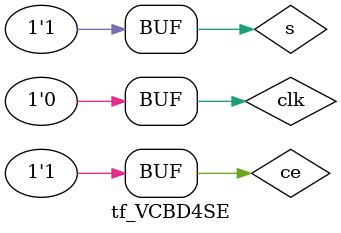
<source format=v>
`timescale 1ns / 1ps


module tf_VCBD4SE;

	// Inputs
	reg ce;
	reg clk;
	reg s;

	// Outputs
	wire [3:0] Q;
	wire TC;
	wire CEO;

	// Instantiate the Unit Under Test (UUT)
	VCBD4SE uut (
		.ce(ce), 
		.clk(clk), 
		.s(s), 
		.Q(Q), 
		.TC(TC), 
		.CEO(CEO)
	);

	parameter Tclk = 20;
	always begin clk = 1; #(Tclk/2); clk = 0; #(Tclk/2); end

	initial begin
		// Initialize Inputs
		clk = 0;
		ce = 1;
		s = 0;

		// Wait 100 ns for global reset to finish
		#100;		s = 1;
		#15;		s = 0;
		#1500;		s = 1;
        
		// Add stimulus here

	end
      
endmodule


</source>
